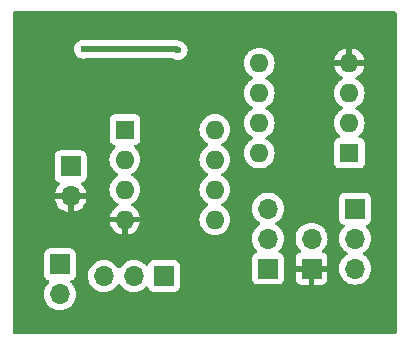
<source format=gbr>
%TF.GenerationSoftware,KiCad,Pcbnew,8.0.6*%
%TF.CreationDate,2024-12-29T21:13:32-06:00*%
%TF.ProjectId,Wienbridge,5769656e-6272-4696-9467-652e6b696361,rev?*%
%TF.SameCoordinates,Original*%
%TF.FileFunction,Copper,L2,Bot*%
%TF.FilePolarity,Positive*%
%FSLAX46Y46*%
G04 Gerber Fmt 4.6, Leading zero omitted, Abs format (unit mm)*
G04 Created by KiCad (PCBNEW 8.0.6) date 2024-12-29 21:13:32*
%MOMM*%
%LPD*%
G01*
G04 APERTURE LIST*
%TA.AperFunction,ComponentPad*%
%ADD10R,1.700000X1.700000*%
%TD*%
%TA.AperFunction,ComponentPad*%
%ADD11O,1.700000X1.700000*%
%TD*%
%TA.AperFunction,ComponentPad*%
%ADD12R,1.600000X1.600000*%
%TD*%
%TA.AperFunction,ComponentPad*%
%ADD13O,1.600000X1.600000*%
%TD*%
%TA.AperFunction,ViaPad*%
%ADD14C,0.600000*%
%TD*%
%TA.AperFunction,Conductor*%
%ADD15C,0.500000*%
%TD*%
G04 APERTURE END LIST*
D10*
%TO.P,RV2,1,1*%
%TO.N,Net-(R7-Pad2)*%
X128000000Y-126370000D03*
D11*
%TO.P,RV2,2,2*%
X128000000Y-123830000D03*
%TO.P,RV2,3,3*%
%TO.N,Net-(C1-Pad1)*%
X128000000Y-121290000D03*
%TD*%
D10*
%TO.P,RV3,1,1*%
%TO.N,Net-(C3-Pad1)*%
X135400000Y-121300000D03*
D11*
%TO.P,RV3,2,2*%
X135400000Y-123840000D03*
%TO.P,RV3,3,3*%
%TO.N,Net-(R10-Pad2)*%
X135400000Y-126380000D03*
%TD*%
D12*
%TO.P,U4,1*%
%TO.N,BiasVoltage*%
X115900000Y-114600000D03*
D13*
%TO.P,U4,2,-*%
X115900000Y-117140000D03*
%TO.P,U4,3,+*%
%TO.N,Net-(U4A-+)*%
X115900000Y-119680000D03*
%TO.P,U4,4,V-*%
%TO.N,SupplyGND*%
X115900000Y-122220000D03*
%TO.P,U4,5,+*%
%TO.N,Net-(U4B-+)*%
X123520000Y-122220000D03*
%TO.P,U4,6,-*%
%TO.N,Net-(D1-K)*%
X123520000Y-119680000D03*
%TO.P,U4,7*%
%TO.N,Net-(C1-Pad2)*%
X123520000Y-117140000D03*
%TO.P,U4,8,V+*%
%TO.N,+9V*%
X123520000Y-114600000D03*
%TD*%
D10*
%TO.P,BT1,1,+*%
%TO.N,Net-(BT1-+)*%
X111300000Y-117725000D03*
D11*
%TO.P,BT1,2,-*%
%TO.N,SupplyGND*%
X111300000Y-120265000D03*
%TD*%
D12*
%TO.P,U5,1*%
%TO.N,Net-(C3-Pad1)*%
X134900000Y-116600000D03*
D13*
%TO.P,U5,2,-*%
%TO.N,Net-(U5A--)*%
X134900000Y-114060000D03*
%TO.P,U5,3,+*%
%TO.N,BiasVoltage*%
X134900000Y-111520000D03*
%TO.P,U5,4,V-*%
%TO.N,SupplyGND*%
X134900000Y-108980000D03*
%TO.P,U5,5,+*%
%TO.N,unconnected-(U5B-+-Pad5)*%
X127280000Y-108980000D03*
%TO.P,U5,6,-*%
%TO.N,unconnected-(U5B---Pad6)*%
X127280000Y-111520000D03*
%TO.P,U5,7*%
%TO.N,unconnected-(U5-Pad7)*%
X127280000Y-114060000D03*
%TO.P,U5,8,V+*%
%TO.N,+9V*%
X127280000Y-116600000D03*
%TD*%
D10*
%TO.P,J2,1,Pin_1*%
%TO.N,+9V*%
X110400000Y-126025000D03*
D11*
%TO.P,J2,2,Pin_2*%
%TO.N,Net-(BT1-+)*%
X110400000Y-128565000D03*
%TD*%
D10*
%TO.P,DualPot1,1,1*%
%TO.N,Net-(DualPot1-Pad1)*%
X119200000Y-127000000D03*
D11*
%TO.P,DualPot1,2,2*%
X116660000Y-127000000D03*
%TO.P,DualPot1,3,3*%
%TO.N,BiasVoltage*%
X114120000Y-127000000D03*
%TD*%
D10*
%TO.P,J1,1,Pin_1*%
%TO.N,SupplyGND*%
X131700000Y-126375000D03*
D11*
%TO.P,J1,2,Pin_2*%
%TO.N,Net-(J1-Pin_2)*%
X131700000Y-123835000D03*
%TD*%
D14*
%TO.N,SupplyGND*%
X137000000Y-110000000D03*
X137000000Y-108000000D03*
X133000000Y-112000000D03*
X133000000Y-110000000D03*
X133000000Y-108000000D03*
X131000000Y-112000000D03*
X131000000Y-110000000D03*
X131000000Y-108000000D03*
X125000000Y-129000000D03*
X127000000Y-129000000D03*
X129000000Y-129000000D03*
X133000000Y-129000000D03*
X134962085Y-128989167D03*
X137000000Y-129000000D03*
X137000000Y-131000000D03*
X135000000Y-131000000D03*
X132979807Y-130999999D03*
X131000000Y-131000000D03*
X129000000Y-131000000D03*
X127000000Y-131000000D03*
X125000000Y-131000000D03*
X137000000Y-106000000D03*
X135000000Y-106000000D03*
X133000000Y-106000000D03*
X131000000Y-106000000D03*
X117500000Y-123000000D03*
X117500000Y-121300000D03*
X133500000Y-126300000D03*
%TO.N,+9V*%
X112400000Y-107800000D03*
X120400000Y-107900000D03*
%TD*%
D15*
%TO.N,+9V*%
X120300000Y-107800000D02*
X112400000Y-107800000D01*
X120400000Y-107900000D02*
X120300000Y-107800000D01*
%TD*%
%TA.AperFunction,Conductor*%
%TO.N,SupplyGND*%
G36*
X138842539Y-104620185D02*
G01*
X138888294Y-104672989D01*
X138899500Y-104724500D01*
X138899500Y-131775500D01*
X138879815Y-131842539D01*
X138827011Y-131888294D01*
X138775500Y-131899500D01*
X106524500Y-131899500D01*
X106457461Y-131879815D01*
X106411706Y-131827011D01*
X106400500Y-131775500D01*
X106400500Y-128564999D01*
X109044341Y-128564999D01*
X109044341Y-128565000D01*
X109064936Y-128800403D01*
X109064938Y-128800413D01*
X109126094Y-129028655D01*
X109126096Y-129028659D01*
X109126097Y-129028663D01*
X109225965Y-129242830D01*
X109225967Y-129242834D01*
X109334281Y-129397521D01*
X109361505Y-129436401D01*
X109528599Y-129603495D01*
X109625384Y-129671265D01*
X109722165Y-129739032D01*
X109722167Y-129739033D01*
X109722170Y-129739035D01*
X109936337Y-129838903D01*
X110164592Y-129900063D01*
X110352918Y-129916539D01*
X110399999Y-129920659D01*
X110400000Y-129920659D01*
X110400001Y-129920659D01*
X110439234Y-129917226D01*
X110635408Y-129900063D01*
X110863663Y-129838903D01*
X111077830Y-129739035D01*
X111271401Y-129603495D01*
X111438495Y-129436401D01*
X111574035Y-129242830D01*
X111673903Y-129028663D01*
X111735063Y-128800408D01*
X111755659Y-128565000D01*
X111735063Y-128329592D01*
X111673903Y-128101337D01*
X111574035Y-127887171D01*
X111571173Y-127883084D01*
X111438496Y-127693600D01*
X111379919Y-127635023D01*
X111316567Y-127571671D01*
X111283084Y-127510351D01*
X111288068Y-127440659D01*
X111329939Y-127384725D01*
X111360915Y-127367810D01*
X111492331Y-127318796D01*
X111607546Y-127232546D01*
X111693796Y-127117331D01*
X111737558Y-126999999D01*
X112764341Y-126999999D01*
X112764341Y-127000000D01*
X112784936Y-127235403D01*
X112784938Y-127235413D01*
X112846094Y-127463655D01*
X112846096Y-127463659D01*
X112846097Y-127463663D01*
X112896463Y-127571673D01*
X112945965Y-127677830D01*
X112945967Y-127677834D01*
X112986457Y-127735659D01*
X113081505Y-127871401D01*
X113248599Y-128038495D01*
X113338344Y-128101335D01*
X113442165Y-128174032D01*
X113442167Y-128174033D01*
X113442170Y-128174035D01*
X113656337Y-128273903D01*
X113884592Y-128335063D01*
X114061034Y-128350500D01*
X114119999Y-128355659D01*
X114120000Y-128355659D01*
X114120001Y-128355659D01*
X114178966Y-128350500D01*
X114355408Y-128335063D01*
X114583663Y-128273903D01*
X114797830Y-128174035D01*
X114991401Y-128038495D01*
X115158495Y-127871401D01*
X115288425Y-127685842D01*
X115343002Y-127642217D01*
X115412500Y-127635023D01*
X115474855Y-127666546D01*
X115491575Y-127685842D01*
X115621500Y-127871395D01*
X115621505Y-127871401D01*
X115788599Y-128038495D01*
X115878344Y-128101335D01*
X115982165Y-128174032D01*
X115982167Y-128174033D01*
X115982170Y-128174035D01*
X116196337Y-128273903D01*
X116424592Y-128335063D01*
X116601034Y-128350500D01*
X116659999Y-128355659D01*
X116660000Y-128355659D01*
X116660001Y-128355659D01*
X116718966Y-128350500D01*
X116895408Y-128335063D01*
X117123663Y-128273903D01*
X117337830Y-128174035D01*
X117531401Y-128038495D01*
X117653329Y-127916566D01*
X117714648Y-127883084D01*
X117784340Y-127888068D01*
X117840274Y-127929939D01*
X117857189Y-127960917D01*
X117906202Y-128092328D01*
X117906206Y-128092335D01*
X117992452Y-128207544D01*
X117992455Y-128207547D01*
X118107664Y-128293793D01*
X118107671Y-128293797D01*
X118242517Y-128344091D01*
X118242516Y-128344091D01*
X118249444Y-128344835D01*
X118302127Y-128350500D01*
X120097872Y-128350499D01*
X120157483Y-128344091D01*
X120292331Y-128293796D01*
X120407546Y-128207546D01*
X120493796Y-128092331D01*
X120544091Y-127957483D01*
X120550500Y-127897873D01*
X120550499Y-126102128D01*
X120544091Y-126042517D01*
X120542810Y-126039083D01*
X120493797Y-125907671D01*
X120493793Y-125907664D01*
X120407547Y-125792455D01*
X120407544Y-125792452D01*
X120292335Y-125706206D01*
X120292328Y-125706202D01*
X120157482Y-125655908D01*
X120157483Y-125655908D01*
X120097883Y-125649501D01*
X120097881Y-125649500D01*
X120097873Y-125649500D01*
X120097864Y-125649500D01*
X118302129Y-125649500D01*
X118302123Y-125649501D01*
X118242516Y-125655908D01*
X118107671Y-125706202D01*
X118107664Y-125706206D01*
X117992455Y-125792452D01*
X117992452Y-125792455D01*
X117906206Y-125907664D01*
X117906203Y-125907669D01*
X117857189Y-126039083D01*
X117815317Y-126095016D01*
X117749853Y-126119433D01*
X117681580Y-126104581D01*
X117653326Y-126083430D01*
X117531402Y-125961506D01*
X117531395Y-125961501D01*
X117337834Y-125825967D01*
X117337830Y-125825965D01*
X117337828Y-125825964D01*
X117123663Y-125726097D01*
X117123659Y-125726096D01*
X117123655Y-125726094D01*
X116895413Y-125664938D01*
X116895403Y-125664936D01*
X116660001Y-125644341D01*
X116659999Y-125644341D01*
X116424596Y-125664936D01*
X116424586Y-125664938D01*
X116196344Y-125726094D01*
X116196335Y-125726098D01*
X115982171Y-125825964D01*
X115982169Y-125825965D01*
X115788597Y-125961505D01*
X115621505Y-126128597D01*
X115491575Y-126314158D01*
X115436998Y-126357783D01*
X115367500Y-126364977D01*
X115305145Y-126333454D01*
X115288425Y-126314158D01*
X115158494Y-126128597D01*
X114991402Y-125961506D01*
X114991395Y-125961501D01*
X114797834Y-125825967D01*
X114797830Y-125825965D01*
X114797828Y-125825964D01*
X114583663Y-125726097D01*
X114583659Y-125726096D01*
X114583655Y-125726094D01*
X114355413Y-125664938D01*
X114355403Y-125664936D01*
X114120001Y-125644341D01*
X114119999Y-125644341D01*
X113884596Y-125664936D01*
X113884586Y-125664938D01*
X113656344Y-125726094D01*
X113656335Y-125726098D01*
X113442171Y-125825964D01*
X113442169Y-125825965D01*
X113248597Y-125961505D01*
X113081505Y-126128597D01*
X112945965Y-126322169D01*
X112945964Y-126322171D01*
X112846098Y-126536335D01*
X112846094Y-126536344D01*
X112784938Y-126764586D01*
X112784936Y-126764596D01*
X112764341Y-126999999D01*
X111737558Y-126999999D01*
X111744091Y-126982483D01*
X111750500Y-126922873D01*
X111750499Y-125127128D01*
X111744091Y-125067517D01*
X111731059Y-125032577D01*
X111693797Y-124932671D01*
X111693793Y-124932664D01*
X111607547Y-124817455D01*
X111607544Y-124817452D01*
X111492335Y-124731206D01*
X111492328Y-124731202D01*
X111357482Y-124680908D01*
X111357483Y-124680908D01*
X111297883Y-124674501D01*
X111297881Y-124674500D01*
X111297873Y-124674500D01*
X111297864Y-124674500D01*
X109502129Y-124674500D01*
X109502123Y-124674501D01*
X109442516Y-124680908D01*
X109307671Y-124731202D01*
X109307664Y-124731206D01*
X109192455Y-124817452D01*
X109192452Y-124817455D01*
X109106206Y-124932664D01*
X109106202Y-124932671D01*
X109055908Y-125067517D01*
X109051459Y-125108903D01*
X109049501Y-125127123D01*
X109049500Y-125127135D01*
X109049500Y-126922870D01*
X109049501Y-126922876D01*
X109055908Y-126982483D01*
X109106202Y-127117328D01*
X109106206Y-127117335D01*
X109192452Y-127232544D01*
X109192455Y-127232547D01*
X109307664Y-127318793D01*
X109307671Y-127318797D01*
X109439081Y-127367810D01*
X109495015Y-127409681D01*
X109519432Y-127475145D01*
X109504580Y-127543418D01*
X109483430Y-127571673D01*
X109361503Y-127693600D01*
X109225965Y-127887169D01*
X109225964Y-127887171D01*
X109126098Y-128101335D01*
X109126094Y-128101344D01*
X109064938Y-128329586D01*
X109064936Y-128329596D01*
X109044341Y-128564999D01*
X106400500Y-128564999D01*
X106400500Y-116827135D01*
X109949500Y-116827135D01*
X109949500Y-118622870D01*
X109949501Y-118622876D01*
X109955908Y-118682483D01*
X110006202Y-118817328D01*
X110006206Y-118817335D01*
X110092452Y-118932544D01*
X110092455Y-118932547D01*
X110207664Y-119018793D01*
X110207671Y-119018797D01*
X110230378Y-119027266D01*
X110339598Y-119068002D01*
X110395531Y-119109873D01*
X110419949Y-119175337D01*
X110405098Y-119243610D01*
X110383947Y-119271865D01*
X110261886Y-119393926D01*
X110126400Y-119587420D01*
X110126399Y-119587422D01*
X110026570Y-119801507D01*
X110026567Y-119801513D01*
X109969364Y-120014999D01*
X109969364Y-120015000D01*
X110866988Y-120015000D01*
X110834075Y-120072007D01*
X110800000Y-120199174D01*
X110800000Y-120330826D01*
X110834075Y-120457993D01*
X110866988Y-120515000D01*
X109969364Y-120515000D01*
X110026567Y-120728486D01*
X110026570Y-120728492D01*
X110126399Y-120942578D01*
X110261894Y-121136082D01*
X110428917Y-121303105D01*
X110622421Y-121438600D01*
X110836507Y-121538429D01*
X110836516Y-121538433D01*
X111050000Y-121595634D01*
X111050000Y-120698012D01*
X111107007Y-120730925D01*
X111234174Y-120765000D01*
X111365826Y-120765000D01*
X111492993Y-120730925D01*
X111550000Y-120698012D01*
X111550000Y-121595633D01*
X111763483Y-121538433D01*
X111763492Y-121538429D01*
X111977578Y-121438600D01*
X112171082Y-121303105D01*
X112338105Y-121136082D01*
X112473600Y-120942578D01*
X112573429Y-120728492D01*
X112573432Y-120728486D01*
X112630636Y-120515000D01*
X111733012Y-120515000D01*
X111765925Y-120457993D01*
X111800000Y-120330826D01*
X111800000Y-120199174D01*
X111765925Y-120072007D01*
X111733012Y-120015000D01*
X112630636Y-120015000D01*
X112630635Y-120014999D01*
X112573432Y-119801513D01*
X112573429Y-119801507D01*
X112473600Y-119587422D01*
X112473599Y-119587420D01*
X112338113Y-119393926D01*
X112338108Y-119393920D01*
X112216053Y-119271865D01*
X112182568Y-119210542D01*
X112187552Y-119140850D01*
X112229424Y-119084917D01*
X112260400Y-119068002D01*
X112369622Y-119027266D01*
X112392326Y-119018798D01*
X112392326Y-119018797D01*
X112392331Y-119018796D01*
X112507546Y-118932546D01*
X112593796Y-118817331D01*
X112644091Y-118682483D01*
X112650500Y-118622873D01*
X112650499Y-117139998D01*
X114594532Y-117139998D01*
X114594532Y-117140001D01*
X114614364Y-117366686D01*
X114614366Y-117366697D01*
X114673258Y-117586488D01*
X114673261Y-117586497D01*
X114769431Y-117792732D01*
X114769432Y-117792734D01*
X114899954Y-117979141D01*
X115060858Y-118140045D01*
X115060861Y-118140047D01*
X115247266Y-118270568D01*
X115305275Y-118297618D01*
X115357714Y-118343791D01*
X115376866Y-118410984D01*
X115356650Y-118477865D01*
X115305275Y-118522382D01*
X115247267Y-118549431D01*
X115247265Y-118549432D01*
X115060858Y-118679954D01*
X114899954Y-118840858D01*
X114769432Y-119027265D01*
X114769431Y-119027267D01*
X114673261Y-119233502D01*
X114673258Y-119233511D01*
X114614366Y-119453302D01*
X114614364Y-119453313D01*
X114594532Y-119679998D01*
X114594532Y-119680001D01*
X114614364Y-119906686D01*
X114614366Y-119906697D01*
X114673258Y-120126488D01*
X114673261Y-120126497D01*
X114769431Y-120332732D01*
X114769432Y-120332734D01*
X114899954Y-120519141D01*
X115060858Y-120680045D01*
X115060861Y-120680047D01*
X115247266Y-120810568D01*
X115305865Y-120837893D01*
X115358305Y-120884065D01*
X115377457Y-120951258D01*
X115357242Y-121018139D01*
X115305867Y-121062657D01*
X115247515Y-121089867D01*
X115061179Y-121220342D01*
X114900342Y-121381179D01*
X114769865Y-121567517D01*
X114673734Y-121773673D01*
X114673730Y-121773682D01*
X114621127Y-121969999D01*
X114621128Y-121970000D01*
X115584314Y-121970000D01*
X115579920Y-121974394D01*
X115527259Y-122065606D01*
X115500000Y-122167339D01*
X115500000Y-122272661D01*
X115527259Y-122374394D01*
X115579920Y-122465606D01*
X115584314Y-122470000D01*
X114621128Y-122470000D01*
X114673730Y-122666317D01*
X114673734Y-122666326D01*
X114769865Y-122872482D01*
X114900342Y-123058820D01*
X115061179Y-123219657D01*
X115247517Y-123350134D01*
X115453673Y-123446265D01*
X115453682Y-123446269D01*
X115649999Y-123498872D01*
X115650000Y-123498871D01*
X115650000Y-122535686D01*
X115654394Y-122540080D01*
X115745606Y-122592741D01*
X115847339Y-122620000D01*
X115952661Y-122620000D01*
X116054394Y-122592741D01*
X116145606Y-122540080D01*
X116150000Y-122535686D01*
X116150000Y-123498872D01*
X116346317Y-123446269D01*
X116346326Y-123446265D01*
X116552482Y-123350134D01*
X116738820Y-123219657D01*
X116899657Y-123058820D01*
X117030134Y-122872482D01*
X117126265Y-122666326D01*
X117126269Y-122666317D01*
X117178872Y-122470000D01*
X116215686Y-122470000D01*
X116220080Y-122465606D01*
X116272741Y-122374394D01*
X116300000Y-122272661D01*
X116300000Y-122167339D01*
X116272741Y-122065606D01*
X116220080Y-121974394D01*
X116215686Y-121970000D01*
X117178872Y-121970000D01*
X117178872Y-121969999D01*
X117126269Y-121773682D01*
X117126265Y-121773673D01*
X117030134Y-121567517D01*
X116899657Y-121381179D01*
X116738820Y-121220342D01*
X116552482Y-121089865D01*
X116494133Y-121062657D01*
X116441694Y-121016484D01*
X116422542Y-120949291D01*
X116442758Y-120882410D01*
X116494129Y-120837895D01*
X116552734Y-120810568D01*
X116739139Y-120680047D01*
X116900047Y-120519139D01*
X117030568Y-120332734D01*
X117126739Y-120126496D01*
X117185635Y-119906692D01*
X117205468Y-119680000D01*
X117185635Y-119453308D01*
X117126739Y-119233504D01*
X117030568Y-119027266D01*
X116900047Y-118840861D01*
X116900045Y-118840858D01*
X116739141Y-118679954D01*
X116552734Y-118549432D01*
X116552728Y-118549429D01*
X116494725Y-118522382D01*
X116442285Y-118476210D01*
X116423133Y-118409017D01*
X116443348Y-118342135D01*
X116494725Y-118297618D01*
X116552734Y-118270568D01*
X116739139Y-118140047D01*
X116900047Y-117979139D01*
X117030568Y-117792734D01*
X117126739Y-117586496D01*
X117185635Y-117366692D01*
X117205468Y-117140000D01*
X117185635Y-116913308D01*
X117126739Y-116693504D01*
X117030568Y-116487266D01*
X116900047Y-116300861D01*
X116900045Y-116300858D01*
X116739143Y-116139956D01*
X116714536Y-116122726D01*
X116670912Y-116068149D01*
X116663719Y-115998650D01*
X116695241Y-115936296D01*
X116755471Y-115900882D01*
X116772404Y-115897861D01*
X116807483Y-115894091D01*
X116942331Y-115843796D01*
X117057546Y-115757546D01*
X117143796Y-115642331D01*
X117194091Y-115507483D01*
X117200500Y-115447873D01*
X117200499Y-114599998D01*
X122214532Y-114599998D01*
X122214532Y-114600001D01*
X122234364Y-114826686D01*
X122234366Y-114826697D01*
X122293258Y-115046488D01*
X122293261Y-115046497D01*
X122389431Y-115252732D01*
X122389432Y-115252734D01*
X122519954Y-115439141D01*
X122680858Y-115600045D01*
X122680861Y-115600047D01*
X122867266Y-115730568D01*
X122925275Y-115757618D01*
X122977714Y-115803791D01*
X122996866Y-115870984D01*
X122976650Y-115937865D01*
X122925275Y-115982382D01*
X122867267Y-116009431D01*
X122867265Y-116009432D01*
X122680858Y-116139954D01*
X122519954Y-116300858D01*
X122389432Y-116487265D01*
X122389431Y-116487267D01*
X122293261Y-116693502D01*
X122293258Y-116693511D01*
X122234366Y-116913302D01*
X122234364Y-116913313D01*
X122214532Y-117139998D01*
X122214532Y-117140001D01*
X122234364Y-117366686D01*
X122234366Y-117366697D01*
X122293258Y-117586488D01*
X122293261Y-117586497D01*
X122389431Y-117792732D01*
X122389432Y-117792734D01*
X122519954Y-117979141D01*
X122680858Y-118140045D01*
X122680861Y-118140047D01*
X122867266Y-118270568D01*
X122925275Y-118297618D01*
X122977714Y-118343791D01*
X122996866Y-118410984D01*
X122976650Y-118477865D01*
X122925275Y-118522382D01*
X122867267Y-118549431D01*
X122867265Y-118549432D01*
X122680858Y-118679954D01*
X122519954Y-118840858D01*
X122389432Y-119027265D01*
X122389431Y-119027267D01*
X122293261Y-119233502D01*
X122293258Y-119233511D01*
X122234366Y-119453302D01*
X122234364Y-119453313D01*
X122214532Y-119679998D01*
X122214532Y-119680001D01*
X122234364Y-119906686D01*
X122234366Y-119906697D01*
X122293258Y-120126488D01*
X122293261Y-120126497D01*
X122389431Y-120332732D01*
X122389432Y-120332734D01*
X122519954Y-120519141D01*
X122680858Y-120680045D01*
X122680861Y-120680047D01*
X122867266Y-120810568D01*
X122901083Y-120826337D01*
X122925275Y-120837618D01*
X122977714Y-120883791D01*
X122996866Y-120950984D01*
X122976650Y-121017865D01*
X122925275Y-121062382D01*
X122867267Y-121089431D01*
X122867265Y-121089432D01*
X122680858Y-121219954D01*
X122519954Y-121380858D01*
X122389432Y-121567265D01*
X122389431Y-121567267D01*
X122293261Y-121773502D01*
X122293258Y-121773511D01*
X122234366Y-121993302D01*
X122234364Y-121993313D01*
X122214532Y-122219998D01*
X122214532Y-122220001D01*
X122234364Y-122446686D01*
X122234366Y-122446697D01*
X122293258Y-122666488D01*
X122293261Y-122666497D01*
X122389431Y-122872732D01*
X122389432Y-122872734D01*
X122519954Y-123059141D01*
X122680858Y-123220045D01*
X122680861Y-123220047D01*
X122867266Y-123350568D01*
X123073504Y-123446739D01*
X123293308Y-123505635D01*
X123455230Y-123519801D01*
X123519998Y-123525468D01*
X123520000Y-123525468D01*
X123520002Y-123525468D01*
X123576673Y-123520509D01*
X123746692Y-123505635D01*
X123966496Y-123446739D01*
X124172734Y-123350568D01*
X124359139Y-123220047D01*
X124520047Y-123059139D01*
X124650568Y-122872734D01*
X124746739Y-122666496D01*
X124805635Y-122446692D01*
X124825468Y-122220000D01*
X124823532Y-122197876D01*
X124805635Y-121993313D01*
X124805635Y-121993308D01*
X124746739Y-121773504D01*
X124650568Y-121567266D01*
X124520047Y-121380861D01*
X124520045Y-121380858D01*
X124429186Y-121289999D01*
X126644341Y-121289999D01*
X126644341Y-121290000D01*
X126664936Y-121525403D01*
X126664938Y-121525413D01*
X126726094Y-121753655D01*
X126726096Y-121753659D01*
X126726097Y-121753663D01*
X126757031Y-121820000D01*
X126825965Y-121967830D01*
X126825967Y-121967834D01*
X126961501Y-122161395D01*
X126961506Y-122161402D01*
X127128597Y-122328493D01*
X127128603Y-122328498D01*
X127314158Y-122458425D01*
X127357783Y-122513002D01*
X127364977Y-122582500D01*
X127333454Y-122644855D01*
X127314158Y-122661575D01*
X127128597Y-122791505D01*
X126961505Y-122958597D01*
X126825965Y-123152169D01*
X126825964Y-123152171D01*
X126726098Y-123366335D01*
X126726094Y-123366344D01*
X126664938Y-123594586D01*
X126664936Y-123594596D01*
X126644341Y-123829999D01*
X126644341Y-123830000D01*
X126664936Y-124065403D01*
X126664938Y-124065413D01*
X126726094Y-124293655D01*
X126726096Y-124293659D01*
X126726097Y-124293663D01*
X126730761Y-124303664D01*
X126825965Y-124507830D01*
X126825967Y-124507834D01*
X126934281Y-124662521D01*
X126961501Y-124701396D01*
X126961506Y-124701402D01*
X127083430Y-124823326D01*
X127116915Y-124884649D01*
X127111931Y-124954341D01*
X127070059Y-125010274D01*
X127039083Y-125027189D01*
X126907669Y-125076203D01*
X126907664Y-125076206D01*
X126792455Y-125162452D01*
X126792452Y-125162455D01*
X126706206Y-125277664D01*
X126706202Y-125277671D01*
X126655908Y-125412517D01*
X126649501Y-125472116D01*
X126649501Y-125472123D01*
X126649500Y-125472135D01*
X126649500Y-127267870D01*
X126649501Y-127267876D01*
X126655908Y-127327483D01*
X126706202Y-127462328D01*
X126706206Y-127462335D01*
X126792452Y-127577544D01*
X126792455Y-127577547D01*
X126907664Y-127663793D01*
X126907671Y-127663797D01*
X127042517Y-127714091D01*
X127042516Y-127714091D01*
X127049444Y-127714835D01*
X127102127Y-127720500D01*
X128897872Y-127720499D01*
X128957483Y-127714091D01*
X129092331Y-127663796D01*
X129207546Y-127577546D01*
X129293796Y-127462331D01*
X129344091Y-127327483D01*
X129350500Y-127267873D01*
X129350499Y-125472128D01*
X129344091Y-125412517D01*
X129317605Y-125341505D01*
X129293797Y-125277671D01*
X129293793Y-125277664D01*
X129207547Y-125162455D01*
X129207544Y-125162452D01*
X129092335Y-125076206D01*
X129092328Y-125076202D01*
X128960917Y-125027189D01*
X128904983Y-124985318D01*
X128880566Y-124919853D01*
X128895418Y-124851580D01*
X128916563Y-124823332D01*
X129038495Y-124701401D01*
X129174035Y-124507830D01*
X129273903Y-124293663D01*
X129335063Y-124065408D01*
X129355222Y-123834999D01*
X130344341Y-123834999D01*
X130344341Y-123835000D01*
X130364936Y-124070403D01*
X130364938Y-124070413D01*
X130426094Y-124298655D01*
X130426096Y-124298659D01*
X130426097Y-124298663D01*
X130523633Y-124507830D01*
X130525965Y-124512830D01*
X130525967Y-124512834D01*
X130634281Y-124667521D01*
X130661501Y-124706396D01*
X130661506Y-124706402D01*
X130783818Y-124828714D01*
X130817303Y-124890037D01*
X130812319Y-124959729D01*
X130770447Y-125015662D01*
X130739471Y-125032577D01*
X130607912Y-125081646D01*
X130607906Y-125081649D01*
X130492812Y-125167809D01*
X130492809Y-125167812D01*
X130406649Y-125282906D01*
X130406645Y-125282913D01*
X130356403Y-125417620D01*
X130356401Y-125417627D01*
X130350000Y-125477155D01*
X130350000Y-126125000D01*
X131266988Y-126125000D01*
X131234075Y-126182007D01*
X131200000Y-126309174D01*
X131200000Y-126440826D01*
X131234075Y-126567993D01*
X131266988Y-126625000D01*
X130350000Y-126625000D01*
X130350000Y-127272844D01*
X130356401Y-127332372D01*
X130356403Y-127332379D01*
X130406645Y-127467086D01*
X130406649Y-127467093D01*
X130492809Y-127582187D01*
X130492812Y-127582190D01*
X130607906Y-127668350D01*
X130607913Y-127668354D01*
X130742620Y-127718596D01*
X130742627Y-127718598D01*
X130802155Y-127724999D01*
X130802172Y-127725000D01*
X131450000Y-127725000D01*
X131450000Y-126808012D01*
X131507007Y-126840925D01*
X131634174Y-126875000D01*
X131765826Y-126875000D01*
X131892993Y-126840925D01*
X131950000Y-126808012D01*
X131950000Y-127725000D01*
X132597828Y-127725000D01*
X132597844Y-127724999D01*
X132657372Y-127718598D01*
X132657379Y-127718596D01*
X132792086Y-127668354D01*
X132792093Y-127668350D01*
X132907187Y-127582190D01*
X132907190Y-127582187D01*
X132993350Y-127467093D01*
X132993354Y-127467086D01*
X133043596Y-127332379D01*
X133043598Y-127332372D01*
X133049999Y-127272844D01*
X133050000Y-127272827D01*
X133050000Y-126625000D01*
X132133012Y-126625000D01*
X132165925Y-126567993D01*
X132200000Y-126440826D01*
X132200000Y-126309174D01*
X132165925Y-126182007D01*
X132133012Y-126125000D01*
X133050000Y-126125000D01*
X133050000Y-125477172D01*
X133049999Y-125477155D01*
X133043598Y-125417627D01*
X133043596Y-125417620D01*
X132993354Y-125282913D01*
X132993350Y-125282906D01*
X132907190Y-125167812D01*
X132907187Y-125167809D01*
X132792093Y-125081649D01*
X132792088Y-125081646D01*
X132660528Y-125032577D01*
X132604595Y-124990705D01*
X132580178Y-124925241D01*
X132595030Y-124856968D01*
X132616175Y-124828720D01*
X132738495Y-124706401D01*
X132874035Y-124512830D01*
X132973903Y-124298663D01*
X133035063Y-124070408D01*
X133055222Y-123839999D01*
X134044341Y-123839999D01*
X134044341Y-123840000D01*
X134064936Y-124075403D01*
X134064938Y-124075413D01*
X134126094Y-124303655D01*
X134126096Y-124303659D01*
X134126097Y-124303663D01*
X134221302Y-124507830D01*
X134225965Y-124517830D01*
X134225967Y-124517834D01*
X134334281Y-124672521D01*
X134358000Y-124706396D01*
X134361501Y-124711395D01*
X134361506Y-124711402D01*
X134528597Y-124878493D01*
X134528603Y-124878498D01*
X134714158Y-125008425D01*
X134757783Y-125063002D01*
X134764977Y-125132500D01*
X134733454Y-125194855D01*
X134714158Y-125211575D01*
X134528597Y-125341505D01*
X134361505Y-125508597D01*
X134225965Y-125702169D01*
X134225964Y-125702171D01*
X134126098Y-125916335D01*
X134126094Y-125916344D01*
X134064938Y-126144586D01*
X134064936Y-126144596D01*
X134044341Y-126379999D01*
X134044341Y-126380000D01*
X134064936Y-126615403D01*
X134064938Y-126615413D01*
X134126094Y-126843655D01*
X134126096Y-126843659D01*
X134126097Y-126843663D01*
X134163035Y-126922876D01*
X134225965Y-127057830D01*
X134225967Y-127057834D01*
X134334281Y-127212521D01*
X134361505Y-127251401D01*
X134528599Y-127418495D01*
X134591199Y-127462328D01*
X134722165Y-127554032D01*
X134722167Y-127554033D01*
X134722170Y-127554035D01*
X134936337Y-127653903D01*
X134936343Y-127653904D01*
X134936344Y-127653905D01*
X134973262Y-127663797D01*
X135164592Y-127715063D01*
X135352918Y-127731539D01*
X135399999Y-127735659D01*
X135400000Y-127735659D01*
X135400001Y-127735659D01*
X135439234Y-127732226D01*
X135635408Y-127715063D01*
X135863663Y-127653903D01*
X136077830Y-127554035D01*
X136271401Y-127418495D01*
X136438495Y-127251401D01*
X136574035Y-127057830D01*
X136673903Y-126843663D01*
X136735063Y-126615408D01*
X136755659Y-126380000D01*
X136735063Y-126144592D01*
X136673903Y-125916337D01*
X136574035Y-125702171D01*
X136547965Y-125664938D01*
X136438494Y-125508597D01*
X136271402Y-125341506D01*
X136271396Y-125341501D01*
X136085842Y-125211575D01*
X136042217Y-125156998D01*
X136035023Y-125087500D01*
X136066546Y-125025145D01*
X136085842Y-125008425D01*
X136163082Y-124954341D01*
X136271401Y-124878495D01*
X136438495Y-124711401D01*
X136574035Y-124517830D01*
X136673903Y-124303663D01*
X136735063Y-124075408D01*
X136755659Y-123840000D01*
X136755221Y-123834999D01*
X136735063Y-123604596D01*
X136735063Y-123604592D01*
X136673903Y-123376337D01*
X136574035Y-123162171D01*
X136501668Y-123058820D01*
X136438496Y-122968600D01*
X136428493Y-122958597D01*
X136316567Y-122846671D01*
X136283084Y-122785351D01*
X136288068Y-122715659D01*
X136329939Y-122659725D01*
X136360915Y-122642810D01*
X136492331Y-122593796D01*
X136607546Y-122507546D01*
X136693796Y-122392331D01*
X136744091Y-122257483D01*
X136750500Y-122197873D01*
X136750499Y-120402128D01*
X136744091Y-120342517D01*
X136740442Y-120332734D01*
X136693797Y-120207671D01*
X136693793Y-120207664D01*
X136607547Y-120092455D01*
X136607544Y-120092452D01*
X136492335Y-120006206D01*
X136492328Y-120006202D01*
X136357482Y-119955908D01*
X136357483Y-119955908D01*
X136297883Y-119949501D01*
X136297881Y-119949500D01*
X136297873Y-119949500D01*
X136297864Y-119949500D01*
X134502129Y-119949500D01*
X134502123Y-119949501D01*
X134442516Y-119955908D01*
X134307671Y-120006202D01*
X134307664Y-120006206D01*
X134192455Y-120092452D01*
X134192452Y-120092455D01*
X134106206Y-120207664D01*
X134106202Y-120207671D01*
X134055908Y-120342517D01*
X134049501Y-120402116D01*
X134049501Y-120402123D01*
X134049500Y-120402135D01*
X134049500Y-122197870D01*
X134049501Y-122197876D01*
X134055908Y-122257483D01*
X134106202Y-122392328D01*
X134106206Y-122392335D01*
X134192452Y-122507544D01*
X134192455Y-122507547D01*
X134307664Y-122593793D01*
X134307671Y-122593797D01*
X134439081Y-122642810D01*
X134495015Y-122684681D01*
X134519432Y-122750145D01*
X134504580Y-122818418D01*
X134483430Y-122846673D01*
X134361503Y-122968600D01*
X134225965Y-123162169D01*
X134225964Y-123162171D01*
X134138316Y-123350134D01*
X134128430Y-123371335D01*
X134126098Y-123376335D01*
X134126094Y-123376344D01*
X134064938Y-123604586D01*
X134064936Y-123604596D01*
X134044341Y-123839999D01*
X133055222Y-123839999D01*
X133055659Y-123835000D01*
X133055221Y-123829999D01*
X133051539Y-123787918D01*
X133035063Y-123599592D01*
X132973903Y-123371337D01*
X132874035Y-123157171D01*
X132805170Y-123058820D01*
X132738494Y-122963597D01*
X132571402Y-122796506D01*
X132571395Y-122796501D01*
X132564261Y-122791506D01*
X132505192Y-122750145D01*
X132377834Y-122660967D01*
X132377830Y-122660965D01*
X132341644Y-122644091D01*
X132163663Y-122561097D01*
X132163659Y-122561096D01*
X132163655Y-122561094D01*
X131935413Y-122499938D01*
X131935403Y-122499936D01*
X131700001Y-122479341D01*
X131699999Y-122479341D01*
X131464596Y-122499936D01*
X131464586Y-122499938D01*
X131236344Y-122561094D01*
X131236335Y-122561098D01*
X131022171Y-122660964D01*
X131022169Y-122660965D01*
X130828597Y-122796505D01*
X130661505Y-122963597D01*
X130525965Y-123157169D01*
X130525964Y-123157171D01*
X130496645Y-123220047D01*
X130428430Y-123366335D01*
X130426098Y-123371335D01*
X130426094Y-123371344D01*
X130364938Y-123599586D01*
X130364936Y-123599596D01*
X130344341Y-123834999D01*
X129355222Y-123834999D01*
X129355659Y-123830000D01*
X129335063Y-123594592D01*
X129276584Y-123376344D01*
X129273905Y-123366344D01*
X129273904Y-123366343D01*
X129273903Y-123366337D01*
X129174035Y-123152171D01*
X129108671Y-123058820D01*
X129038494Y-122958597D01*
X128871402Y-122791506D01*
X128871396Y-122791501D01*
X128685842Y-122661575D01*
X128642217Y-122606998D01*
X128635023Y-122537500D01*
X128666546Y-122475145D01*
X128685842Y-122458425D01*
X128805850Y-122374394D01*
X128871401Y-122328495D01*
X129038495Y-122161401D01*
X129174035Y-121967830D01*
X129273903Y-121753663D01*
X129335063Y-121525408D01*
X129355659Y-121290000D01*
X129335063Y-121054592D01*
X129273903Y-120826337D01*
X129174035Y-120612171D01*
X129105996Y-120515000D01*
X129038494Y-120418597D01*
X128871402Y-120251506D01*
X128871395Y-120251501D01*
X128677834Y-120115967D01*
X128677830Y-120115965D01*
X128627413Y-120092455D01*
X128463663Y-120016097D01*
X128463659Y-120016096D01*
X128463655Y-120016094D01*
X128235413Y-119954938D01*
X128235403Y-119954936D01*
X128000001Y-119934341D01*
X127999999Y-119934341D01*
X127764596Y-119954936D01*
X127764586Y-119954938D01*
X127536344Y-120016094D01*
X127536335Y-120016098D01*
X127322171Y-120115964D01*
X127322169Y-120115965D01*
X127128597Y-120251505D01*
X126961505Y-120418597D01*
X126825965Y-120612169D01*
X126825964Y-120612171D01*
X126726098Y-120826335D01*
X126726094Y-120826344D01*
X126664938Y-121054586D01*
X126664936Y-121054596D01*
X126644341Y-121289999D01*
X124429186Y-121289999D01*
X124359141Y-121219954D01*
X124172734Y-121089432D01*
X124172728Y-121089429D01*
X124114725Y-121062382D01*
X124062285Y-121016210D01*
X124043133Y-120949017D01*
X124063348Y-120882135D01*
X124114725Y-120837618D01*
X124172734Y-120810568D01*
X124359139Y-120680047D01*
X124520047Y-120519139D01*
X124650568Y-120332734D01*
X124746739Y-120126496D01*
X124805635Y-119906692D01*
X124825468Y-119680000D01*
X124805635Y-119453308D01*
X124746739Y-119233504D01*
X124650568Y-119027266D01*
X124520047Y-118840861D01*
X124520045Y-118840858D01*
X124359141Y-118679954D01*
X124172734Y-118549432D01*
X124172728Y-118549429D01*
X124114725Y-118522382D01*
X124062285Y-118476210D01*
X124043133Y-118409017D01*
X124063348Y-118342135D01*
X124114725Y-118297618D01*
X124172734Y-118270568D01*
X124359139Y-118140047D01*
X124520047Y-117979139D01*
X124650568Y-117792734D01*
X124746739Y-117586496D01*
X124805635Y-117366692D01*
X124825468Y-117140000D01*
X124805635Y-116913308D01*
X124746739Y-116693504D01*
X124650568Y-116487266D01*
X124520047Y-116300861D01*
X124520045Y-116300858D01*
X124359141Y-116139954D01*
X124172734Y-116009432D01*
X124172728Y-116009429D01*
X124114725Y-115982382D01*
X124062285Y-115936210D01*
X124043133Y-115869017D01*
X124063348Y-115802135D01*
X124114725Y-115757618D01*
X124172734Y-115730568D01*
X124359139Y-115600047D01*
X124520047Y-115439139D01*
X124650568Y-115252734D01*
X124746739Y-115046496D01*
X124805635Y-114826692D01*
X124825468Y-114600000D01*
X124805635Y-114373308D01*
X124746739Y-114153504D01*
X124650568Y-113947266D01*
X124520047Y-113760861D01*
X124520045Y-113760858D01*
X124359141Y-113599954D01*
X124172734Y-113469432D01*
X124172732Y-113469431D01*
X123966497Y-113373261D01*
X123966488Y-113373258D01*
X123746697Y-113314366D01*
X123746693Y-113314365D01*
X123746692Y-113314365D01*
X123746691Y-113314364D01*
X123746686Y-113314364D01*
X123520002Y-113294532D01*
X123519998Y-113294532D01*
X123293313Y-113314364D01*
X123293302Y-113314366D01*
X123073511Y-113373258D01*
X123073502Y-113373261D01*
X122867267Y-113469431D01*
X122867265Y-113469432D01*
X122680858Y-113599954D01*
X122519954Y-113760858D01*
X122389432Y-113947265D01*
X122389431Y-113947267D01*
X122293261Y-114153502D01*
X122293258Y-114153511D01*
X122234366Y-114373302D01*
X122234364Y-114373313D01*
X122214532Y-114599998D01*
X117200499Y-114599998D01*
X117200499Y-113752128D01*
X117194091Y-113692517D01*
X117164620Y-113613502D01*
X117143797Y-113557671D01*
X117143793Y-113557664D01*
X117057547Y-113442455D01*
X117057544Y-113442452D01*
X116942335Y-113356206D01*
X116942328Y-113356202D01*
X116807482Y-113305908D01*
X116807483Y-113305908D01*
X116747883Y-113299501D01*
X116747881Y-113299500D01*
X116747873Y-113299500D01*
X116747864Y-113299500D01*
X115052129Y-113299500D01*
X115052123Y-113299501D01*
X114992516Y-113305908D01*
X114857671Y-113356202D01*
X114857664Y-113356206D01*
X114742455Y-113442452D01*
X114742452Y-113442455D01*
X114656206Y-113557664D01*
X114656202Y-113557671D01*
X114605908Y-113692517D01*
X114599501Y-113752116D01*
X114599501Y-113752123D01*
X114599500Y-113752135D01*
X114599500Y-115447870D01*
X114599501Y-115447876D01*
X114605908Y-115507483D01*
X114656202Y-115642328D01*
X114656206Y-115642335D01*
X114742452Y-115757544D01*
X114742455Y-115757547D01*
X114857664Y-115843793D01*
X114857671Y-115843797D01*
X114902618Y-115860561D01*
X114992517Y-115894091D01*
X115027596Y-115897862D01*
X115092144Y-115924599D01*
X115131993Y-115981991D01*
X115134488Y-116051816D01*
X115098836Y-116111905D01*
X115085464Y-116122725D01*
X115060858Y-116139954D01*
X114899954Y-116300858D01*
X114769432Y-116487265D01*
X114769431Y-116487267D01*
X114673261Y-116693502D01*
X114673258Y-116693511D01*
X114614366Y-116913302D01*
X114614364Y-116913313D01*
X114594532Y-117139998D01*
X112650499Y-117139998D01*
X112650499Y-116827128D01*
X112644091Y-116767517D01*
X112616485Y-116693502D01*
X112593797Y-116632671D01*
X112593793Y-116632664D01*
X112507547Y-116517455D01*
X112507544Y-116517452D01*
X112392335Y-116431206D01*
X112392328Y-116431202D01*
X112257482Y-116380908D01*
X112257483Y-116380908D01*
X112197883Y-116374501D01*
X112197881Y-116374500D01*
X112197873Y-116374500D01*
X112197864Y-116374500D01*
X110402129Y-116374500D01*
X110402123Y-116374501D01*
X110342516Y-116380908D01*
X110207671Y-116431202D01*
X110207664Y-116431206D01*
X110092455Y-116517452D01*
X110092452Y-116517455D01*
X110006206Y-116632664D01*
X110006202Y-116632671D01*
X109955908Y-116767517D01*
X109949547Y-116826686D01*
X109949501Y-116827123D01*
X109949500Y-116827135D01*
X106400500Y-116827135D01*
X106400500Y-108979998D01*
X125974532Y-108979998D01*
X125974532Y-108980001D01*
X125994364Y-109206686D01*
X125994366Y-109206697D01*
X126053258Y-109426488D01*
X126053261Y-109426497D01*
X126149431Y-109632732D01*
X126149432Y-109632734D01*
X126279954Y-109819141D01*
X126440858Y-109980045D01*
X126440861Y-109980047D01*
X126627266Y-110110568D01*
X126684681Y-110137341D01*
X126685275Y-110137618D01*
X126737714Y-110183791D01*
X126756866Y-110250984D01*
X126736650Y-110317865D01*
X126685275Y-110362382D01*
X126627267Y-110389431D01*
X126627265Y-110389432D01*
X126440858Y-110519954D01*
X126279954Y-110680858D01*
X126149432Y-110867265D01*
X126149431Y-110867267D01*
X126053261Y-111073502D01*
X126053258Y-111073511D01*
X125994366Y-111293302D01*
X125994364Y-111293313D01*
X125974532Y-111519998D01*
X125974532Y-111520001D01*
X125994364Y-111746686D01*
X125994366Y-111746697D01*
X126053258Y-111966488D01*
X126053261Y-111966497D01*
X126149431Y-112172732D01*
X126149432Y-112172734D01*
X126279954Y-112359141D01*
X126440858Y-112520045D01*
X126440861Y-112520047D01*
X126627266Y-112650568D01*
X126685275Y-112677618D01*
X126737714Y-112723791D01*
X126756866Y-112790984D01*
X126736650Y-112857865D01*
X126685275Y-112902382D01*
X126627267Y-112929431D01*
X126627265Y-112929432D01*
X126440858Y-113059954D01*
X126279954Y-113220858D01*
X126149432Y-113407265D01*
X126149431Y-113407267D01*
X126053261Y-113613502D01*
X126053258Y-113613511D01*
X125994366Y-113833302D01*
X125994364Y-113833313D01*
X125974532Y-114059998D01*
X125974532Y-114060001D01*
X125994364Y-114286686D01*
X125994366Y-114286697D01*
X126053258Y-114506488D01*
X126053261Y-114506497D01*
X126149431Y-114712732D01*
X126149432Y-114712734D01*
X126279954Y-114899141D01*
X126440858Y-115060045D01*
X126480914Y-115088092D01*
X126627266Y-115190568D01*
X126650384Y-115201348D01*
X126685275Y-115217618D01*
X126737714Y-115263791D01*
X126756866Y-115330984D01*
X126736650Y-115397865D01*
X126685275Y-115442381D01*
X126673506Y-115447870D01*
X126627267Y-115469431D01*
X126627265Y-115469432D01*
X126440858Y-115599954D01*
X126279954Y-115760858D01*
X126149432Y-115947265D01*
X126149431Y-115947267D01*
X126053261Y-116153502D01*
X126053258Y-116153511D01*
X125994366Y-116373302D01*
X125994364Y-116373313D01*
X125974532Y-116599998D01*
X125974532Y-116600001D01*
X125994364Y-116826686D01*
X125994366Y-116826697D01*
X126053258Y-117046488D01*
X126053261Y-117046497D01*
X126149431Y-117252732D01*
X126149432Y-117252734D01*
X126279954Y-117439141D01*
X126440858Y-117600045D01*
X126440861Y-117600047D01*
X126627266Y-117730568D01*
X126833504Y-117826739D01*
X127053308Y-117885635D01*
X127215230Y-117899801D01*
X127279998Y-117905468D01*
X127280000Y-117905468D01*
X127280002Y-117905468D01*
X127336807Y-117900498D01*
X127506692Y-117885635D01*
X127726496Y-117826739D01*
X127932734Y-117730568D01*
X128119139Y-117600047D01*
X128280047Y-117439139D01*
X128410568Y-117252734D01*
X128506739Y-117046496D01*
X128565635Y-116826692D01*
X128585468Y-116600000D01*
X128565635Y-116373308D01*
X128506739Y-116153504D01*
X128410568Y-115947266D01*
X128280047Y-115760861D01*
X128280045Y-115760858D01*
X128119141Y-115599954D01*
X127932734Y-115469432D01*
X127932728Y-115469429D01*
X127886501Y-115447873D01*
X127874724Y-115442381D01*
X127822285Y-115396210D01*
X127803133Y-115329017D01*
X127823348Y-115262135D01*
X127874725Y-115217618D01*
X127932734Y-115190568D01*
X128119139Y-115060047D01*
X128280047Y-114899139D01*
X128410568Y-114712734D01*
X128506739Y-114506496D01*
X128565635Y-114286692D01*
X128585468Y-114060000D01*
X128565635Y-113833308D01*
X128506739Y-113613504D01*
X128410568Y-113407266D01*
X128280047Y-113220861D01*
X128280045Y-113220858D01*
X128119141Y-113059954D01*
X127932734Y-112929432D01*
X127932728Y-112929429D01*
X127874725Y-112902382D01*
X127822285Y-112856210D01*
X127803133Y-112789017D01*
X127823348Y-112722135D01*
X127874725Y-112677618D01*
X127932734Y-112650568D01*
X128119139Y-112520047D01*
X128280047Y-112359139D01*
X128410568Y-112172734D01*
X128506739Y-111966496D01*
X128565635Y-111746692D01*
X128585468Y-111520000D01*
X128585468Y-111519998D01*
X133594532Y-111519998D01*
X133594532Y-111520001D01*
X133614364Y-111746686D01*
X133614366Y-111746697D01*
X133673258Y-111966488D01*
X133673261Y-111966497D01*
X133769431Y-112172732D01*
X133769432Y-112172734D01*
X133899954Y-112359141D01*
X134060858Y-112520045D01*
X134060861Y-112520047D01*
X134247266Y-112650568D01*
X134305275Y-112677618D01*
X134357714Y-112723791D01*
X134376866Y-112790984D01*
X134356650Y-112857865D01*
X134305275Y-112902382D01*
X134247267Y-112929431D01*
X134247265Y-112929432D01*
X134060858Y-113059954D01*
X133899954Y-113220858D01*
X133769432Y-113407265D01*
X133769431Y-113407267D01*
X133673261Y-113613502D01*
X133673258Y-113613511D01*
X133614366Y-113833302D01*
X133614364Y-113833313D01*
X133594532Y-114059998D01*
X133594532Y-114060001D01*
X133614364Y-114286686D01*
X133614366Y-114286697D01*
X133673258Y-114506488D01*
X133673261Y-114506497D01*
X133769431Y-114712732D01*
X133769432Y-114712734D01*
X133899954Y-114899141D01*
X134060858Y-115060045D01*
X134085462Y-115077273D01*
X134129087Y-115131849D01*
X134136281Y-115201348D01*
X134104758Y-115263703D01*
X134044529Y-115299117D01*
X134027593Y-115302138D01*
X133992516Y-115305908D01*
X133857671Y-115356202D01*
X133857664Y-115356206D01*
X133742455Y-115442452D01*
X133742452Y-115442455D01*
X133656206Y-115557664D01*
X133656202Y-115557671D01*
X133605908Y-115692517D01*
X133599501Y-115752116D01*
X133599501Y-115752123D01*
X133599500Y-115752135D01*
X133599500Y-117447870D01*
X133599501Y-117447876D01*
X133605908Y-117507483D01*
X133656202Y-117642328D01*
X133656206Y-117642335D01*
X133742452Y-117757544D01*
X133742455Y-117757547D01*
X133857664Y-117843793D01*
X133857671Y-117843797D01*
X133992517Y-117894091D01*
X133992516Y-117894091D01*
X133999444Y-117894835D01*
X134052127Y-117900500D01*
X135747872Y-117900499D01*
X135807483Y-117894091D01*
X135942331Y-117843796D01*
X136057546Y-117757546D01*
X136143796Y-117642331D01*
X136194091Y-117507483D01*
X136200500Y-117447873D01*
X136200499Y-115752128D01*
X136194091Y-115692517D01*
X136175374Y-115642335D01*
X136143797Y-115557671D01*
X136143793Y-115557664D01*
X136057547Y-115442455D01*
X136057544Y-115442452D01*
X135942335Y-115356206D01*
X135942328Y-115356202D01*
X135807482Y-115305908D01*
X135807483Y-115305908D01*
X135772404Y-115302137D01*
X135707853Y-115275399D01*
X135668005Y-115218006D01*
X135665512Y-115148181D01*
X135701165Y-115088092D01*
X135714539Y-115077272D01*
X135739140Y-115060046D01*
X135900045Y-114899141D01*
X135900047Y-114899139D01*
X136030568Y-114712734D01*
X136126739Y-114506496D01*
X136185635Y-114286692D01*
X136205468Y-114060000D01*
X136185635Y-113833308D01*
X136126739Y-113613504D01*
X136030568Y-113407266D01*
X135900047Y-113220861D01*
X135900045Y-113220858D01*
X135739141Y-113059954D01*
X135552734Y-112929432D01*
X135552728Y-112929429D01*
X135494725Y-112902382D01*
X135442285Y-112856210D01*
X135423133Y-112789017D01*
X135443348Y-112722135D01*
X135494725Y-112677618D01*
X135552734Y-112650568D01*
X135739139Y-112520047D01*
X135900047Y-112359139D01*
X136030568Y-112172734D01*
X136126739Y-111966496D01*
X136185635Y-111746692D01*
X136205468Y-111520000D01*
X136185635Y-111293308D01*
X136126739Y-111073504D01*
X136030568Y-110867266D01*
X135900047Y-110680861D01*
X135900045Y-110680858D01*
X135739141Y-110519954D01*
X135552734Y-110389432D01*
X135552732Y-110389431D01*
X135494725Y-110362382D01*
X135494132Y-110362105D01*
X135441694Y-110315934D01*
X135422542Y-110248740D01*
X135442758Y-110181859D01*
X135494134Y-110137341D01*
X135552484Y-110110132D01*
X135738820Y-109979657D01*
X135899657Y-109818820D01*
X136030134Y-109632482D01*
X136126265Y-109426326D01*
X136126269Y-109426317D01*
X136178872Y-109230000D01*
X135215686Y-109230000D01*
X135220080Y-109225606D01*
X135272741Y-109134394D01*
X135300000Y-109032661D01*
X135300000Y-108927339D01*
X135272741Y-108825606D01*
X135220080Y-108734394D01*
X135215686Y-108730000D01*
X136178872Y-108730000D01*
X136178872Y-108729999D01*
X136126269Y-108533682D01*
X136126265Y-108533673D01*
X136030134Y-108327517D01*
X135899657Y-108141179D01*
X135738820Y-107980342D01*
X135552482Y-107849865D01*
X135346328Y-107753734D01*
X135150000Y-107701127D01*
X135150000Y-108664314D01*
X135145606Y-108659920D01*
X135054394Y-108607259D01*
X134952661Y-108580000D01*
X134847339Y-108580000D01*
X134745606Y-108607259D01*
X134654394Y-108659920D01*
X134650000Y-108664314D01*
X134650000Y-107701127D01*
X134453671Y-107753734D01*
X134247517Y-107849865D01*
X134061179Y-107980342D01*
X133900342Y-108141179D01*
X133769865Y-108327517D01*
X133673734Y-108533673D01*
X133673730Y-108533682D01*
X133621127Y-108729999D01*
X133621128Y-108730000D01*
X134584314Y-108730000D01*
X134579920Y-108734394D01*
X134527259Y-108825606D01*
X134500000Y-108927339D01*
X134500000Y-109032661D01*
X134527259Y-109134394D01*
X134579920Y-109225606D01*
X134584314Y-109230000D01*
X133621128Y-109230000D01*
X133673730Y-109426317D01*
X133673734Y-109426326D01*
X133769865Y-109632482D01*
X133900342Y-109818820D01*
X134061179Y-109979657D01*
X134247518Y-110110134D01*
X134247520Y-110110135D01*
X134305865Y-110137342D01*
X134358305Y-110183514D01*
X134377457Y-110250707D01*
X134357242Y-110317589D01*
X134305867Y-110362105D01*
X134247268Y-110389431D01*
X134247264Y-110389433D01*
X134060858Y-110519954D01*
X133899954Y-110680858D01*
X133769432Y-110867265D01*
X133769431Y-110867267D01*
X133673261Y-111073502D01*
X133673258Y-111073511D01*
X133614366Y-111293302D01*
X133614364Y-111293313D01*
X133594532Y-111519998D01*
X128585468Y-111519998D01*
X128565635Y-111293308D01*
X128506739Y-111073504D01*
X128410568Y-110867266D01*
X128280047Y-110680861D01*
X128280045Y-110680858D01*
X128119141Y-110519954D01*
X127932734Y-110389432D01*
X127932728Y-110389429D01*
X127874725Y-110362382D01*
X127822285Y-110316210D01*
X127803133Y-110249017D01*
X127823348Y-110182135D01*
X127874725Y-110137618D01*
X127875319Y-110137341D01*
X127932734Y-110110568D01*
X128119139Y-109980047D01*
X128280047Y-109819139D01*
X128410568Y-109632734D01*
X128506739Y-109426496D01*
X128565635Y-109206692D01*
X128585468Y-108980000D01*
X128565635Y-108753308D01*
X128506739Y-108533504D01*
X128410568Y-108327266D01*
X128286112Y-108149523D01*
X128280045Y-108140858D01*
X128119141Y-107979954D01*
X127932734Y-107849432D01*
X127932732Y-107849431D01*
X127726497Y-107753261D01*
X127726488Y-107753258D01*
X127506697Y-107694366D01*
X127506693Y-107694365D01*
X127506692Y-107694365D01*
X127506691Y-107694364D01*
X127506686Y-107694364D01*
X127280002Y-107674532D01*
X127279998Y-107674532D01*
X127053313Y-107694364D01*
X127053302Y-107694366D01*
X126833511Y-107753258D01*
X126833502Y-107753261D01*
X126627267Y-107849431D01*
X126627265Y-107849432D01*
X126440858Y-107979954D01*
X126279954Y-108140858D01*
X126149432Y-108327265D01*
X126149431Y-108327267D01*
X126053261Y-108533502D01*
X126053258Y-108533511D01*
X125994366Y-108753302D01*
X125994364Y-108753313D01*
X125974532Y-108979998D01*
X106400500Y-108979998D01*
X106400500Y-107799996D01*
X111594435Y-107799996D01*
X111594435Y-107800003D01*
X111614630Y-107979249D01*
X111614631Y-107979254D01*
X111674211Y-108149523D01*
X111737045Y-108249522D01*
X111770184Y-108302262D01*
X111897738Y-108429816D01*
X112050478Y-108525789D01*
X112121098Y-108550500D01*
X112220745Y-108585368D01*
X112220750Y-108585369D01*
X112399996Y-108605565D01*
X112400000Y-108605565D01*
X112400004Y-108605565D01*
X112579249Y-108585369D01*
X112579252Y-108585368D01*
X112579255Y-108585368D01*
X112659017Y-108557457D01*
X112699972Y-108550500D01*
X119894932Y-108550500D01*
X119960904Y-108569506D01*
X120050477Y-108625789D01*
X120050481Y-108625790D01*
X120220737Y-108685366D01*
X120220743Y-108685367D01*
X120220745Y-108685368D01*
X120220746Y-108685368D01*
X120220750Y-108685369D01*
X120399996Y-108705565D01*
X120400000Y-108705565D01*
X120400004Y-108705565D01*
X120579249Y-108685369D01*
X120579252Y-108685368D01*
X120579255Y-108685368D01*
X120749522Y-108625789D01*
X120902262Y-108529816D01*
X121029816Y-108402262D01*
X121125789Y-108249522D01*
X121185368Y-108079255D01*
X121196513Y-107980342D01*
X121205565Y-107900003D01*
X121205565Y-107899996D01*
X121185369Y-107720750D01*
X121185368Y-107720745D01*
X121125788Y-107550476D01*
X121062955Y-107450478D01*
X121029816Y-107397738D01*
X120902262Y-107270184D01*
X120749524Y-107174212D01*
X120749523Y-107174211D01*
X120716948Y-107162812D01*
X120690432Y-107153534D01*
X120662499Y-107139596D01*
X120655500Y-107134919D01*
X120655491Y-107134914D01*
X120518913Y-107078342D01*
X120518907Y-107078340D01*
X120373920Y-107049500D01*
X120373918Y-107049500D01*
X112699972Y-107049500D01*
X112659017Y-107042542D01*
X112579254Y-107014631D01*
X112579249Y-107014630D01*
X112400004Y-106994435D01*
X112399996Y-106994435D01*
X112220750Y-107014630D01*
X112220745Y-107014631D01*
X112050476Y-107074211D01*
X111897737Y-107170184D01*
X111770184Y-107297737D01*
X111674211Y-107450476D01*
X111614631Y-107620745D01*
X111614630Y-107620750D01*
X111594435Y-107799996D01*
X106400500Y-107799996D01*
X106400500Y-104724500D01*
X106420185Y-104657461D01*
X106472989Y-104611706D01*
X106524500Y-104600500D01*
X138775500Y-104600500D01*
X138842539Y-104620185D01*
G37*
%TD.AperFunction*%
%TD*%
M02*

</source>
